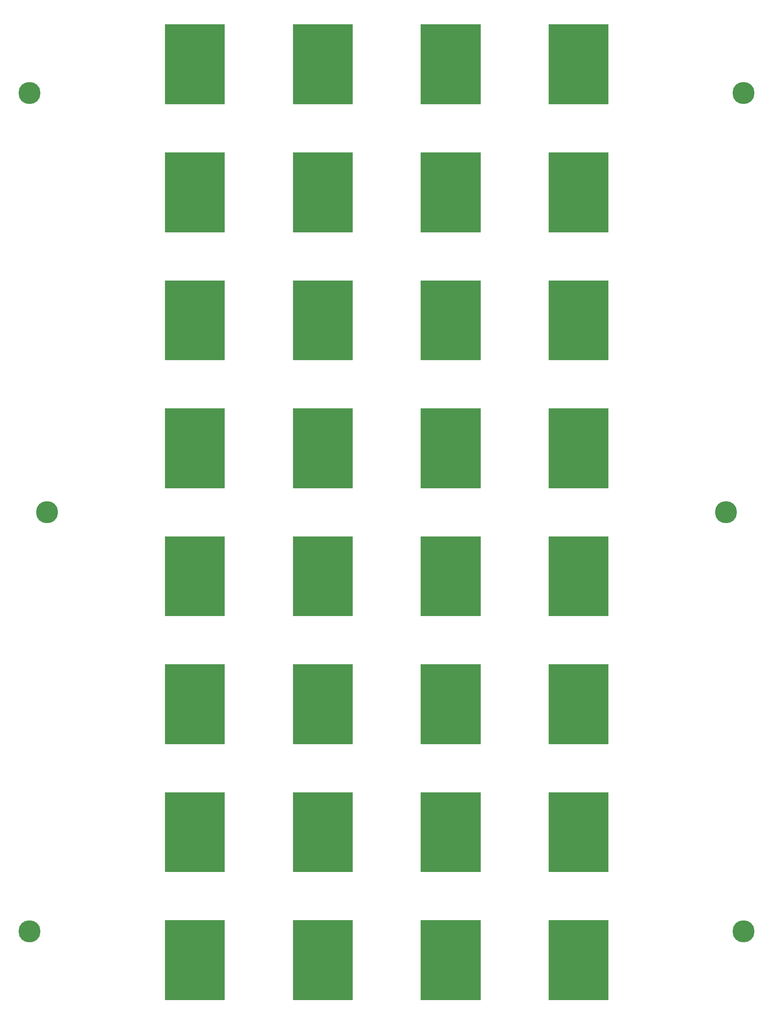
<source format=gbr>
%TF.GenerationSoftware,KiCad,Pcbnew,5.99.0-unknown-c07a38b91~106~ubuntu20.04.1*%
%TF.CreationDate,2020-11-24T10:55:56-06:00*%
%TF.ProjectId,FlatAntPanel4x4_Reflector,466c6174-416e-4745-9061-6e656c347834,rev?*%
%TF.SameCoordinates,Original*%
%TF.FileFunction,Copper,L1,Top*%
%TF.FilePolarity,Positive*%
%FSLAX46Y46*%
G04 Gerber Fmt 4.6, Leading zero omitted, Abs format (unit mm)*
G04 Created by KiCad (PCBNEW 5.99.0-unknown-c07a38b91~106~ubuntu20.04.1) date 2020-11-24 10:55:56*
%MOMM*%
%LPD*%
G01*
G04 APERTURE LIST*
%TA.AperFunction,NonConductor*%
%ADD10C,0.001000*%
%TD*%
%TA.AperFunction,ConnectorPad*%
%ADD11C,5.000000*%
%TD*%
%TA.AperFunction,ComponentPad*%
%ADD12C,2.900000*%
%TD*%
G04 APERTURE END LIST*
D10*
X85250000Y-194500000D02*
X71750000Y-194500000D01*
X71750000Y-194500000D02*
X71750000Y-176500000D01*
X71750000Y-176500000D02*
X85250000Y-176500000D01*
X85250000Y-176500000D02*
X85250000Y-194500000D01*
G36*
X85250000Y-194500000D02*
G01*
X71750000Y-194500000D01*
X71750000Y-176500000D01*
X85250000Y-176500000D01*
X85250000Y-194500000D01*
G37*
X85250000Y-194500000D02*
X71750000Y-194500000D01*
X71750000Y-176500000D01*
X85250000Y-176500000D01*
X85250000Y-194500000D01*
X114250000Y-107500000D02*
X100750000Y-107500000D01*
X100750000Y-107500000D02*
X100750000Y-89500000D01*
X100750000Y-89500000D02*
X114250000Y-89500000D01*
X114250000Y-89500000D02*
X114250000Y-107500000D01*
G36*
X114250000Y-107500000D02*
G01*
X100750000Y-107500000D01*
X100750000Y-89500000D01*
X114250000Y-89500000D01*
X114250000Y-107500000D01*
G37*
X114250000Y-107500000D02*
X100750000Y-107500000D01*
X100750000Y-89500000D01*
X114250000Y-89500000D01*
X114250000Y-107500000D01*
X56250000Y-49500000D02*
X42750000Y-49500000D01*
X42750000Y-49500000D02*
X42750000Y-31500000D01*
X42750000Y-31500000D02*
X56250000Y-31500000D01*
X56250000Y-31500000D02*
X56250000Y-49500000D01*
G36*
X56250000Y-49500000D02*
G01*
X42750000Y-49500000D01*
X42750000Y-31500000D01*
X56250000Y-31500000D01*
X56250000Y-49500000D01*
G37*
X56250000Y-49500000D02*
X42750000Y-49500000D01*
X42750000Y-31500000D01*
X56250000Y-31500000D01*
X56250000Y-49500000D01*
X143250000Y-223500000D02*
X129750000Y-223500000D01*
X129750000Y-223500000D02*
X129750000Y-205500000D01*
X129750000Y-205500000D02*
X143250000Y-205500000D01*
X143250000Y-205500000D02*
X143250000Y-223500000D01*
G36*
X143250000Y-223500000D02*
G01*
X129750000Y-223500000D01*
X129750000Y-205500000D01*
X143250000Y-205500000D01*
X143250000Y-223500000D01*
G37*
X143250000Y-223500000D02*
X129750000Y-223500000D01*
X129750000Y-205500000D01*
X143250000Y-205500000D01*
X143250000Y-223500000D01*
X114250000Y-49500000D02*
X100750000Y-49500000D01*
X100750000Y-49500000D02*
X100750000Y-31500000D01*
X100750000Y-31500000D02*
X114250000Y-31500000D01*
X114250000Y-31500000D02*
X114250000Y-49500000D01*
G36*
X114250000Y-49500000D02*
G01*
X100750000Y-49500000D01*
X100750000Y-31500000D01*
X114250000Y-31500000D01*
X114250000Y-49500000D01*
G37*
X114250000Y-49500000D02*
X100750000Y-49500000D01*
X100750000Y-31500000D01*
X114250000Y-31500000D01*
X114250000Y-49500000D01*
X85250000Y-107500000D02*
X71750000Y-107500000D01*
X71750000Y-107500000D02*
X71750000Y-89500000D01*
X71750000Y-89500000D02*
X85250000Y-89500000D01*
X85250000Y-89500000D02*
X85250000Y-107500000D01*
G36*
X85250000Y-107500000D02*
G01*
X71750000Y-107500000D01*
X71750000Y-89500000D01*
X85250000Y-89500000D01*
X85250000Y-107500000D01*
G37*
X85250000Y-107500000D02*
X71750000Y-107500000D01*
X71750000Y-89500000D01*
X85250000Y-89500000D01*
X85250000Y-107500000D01*
X56250000Y-78500000D02*
X42750000Y-78500000D01*
X42750000Y-78500000D02*
X42750000Y-60500000D01*
X42750000Y-60500000D02*
X56250000Y-60500000D01*
X56250000Y-60500000D02*
X56250000Y-78500000D01*
G36*
X56250000Y-78500000D02*
G01*
X42750000Y-78500000D01*
X42750000Y-60500000D01*
X56250000Y-60500000D01*
X56250000Y-78500000D01*
G37*
X56250000Y-78500000D02*
X42750000Y-78500000D01*
X42750000Y-60500000D01*
X56250000Y-60500000D01*
X56250000Y-78500000D01*
X85250000Y-136500000D02*
X71750000Y-136500000D01*
X71750000Y-136500000D02*
X71750000Y-118500000D01*
X71750000Y-118500000D02*
X85250000Y-118500000D01*
X85250000Y-118500000D02*
X85250000Y-136500000D01*
G36*
X85250000Y-136500000D02*
G01*
X71750000Y-136500000D01*
X71750000Y-118500000D01*
X85250000Y-118500000D01*
X85250000Y-136500000D01*
G37*
X85250000Y-136500000D02*
X71750000Y-136500000D01*
X71750000Y-118500000D01*
X85250000Y-118500000D01*
X85250000Y-136500000D01*
X85250000Y-49500000D02*
X71750000Y-49500000D01*
X71750000Y-49500000D02*
X71750000Y-31500000D01*
X71750000Y-31500000D02*
X85250000Y-31500000D01*
X85250000Y-31500000D02*
X85250000Y-49500000D01*
G36*
X85250000Y-49500000D02*
G01*
X71750000Y-49500000D01*
X71750000Y-31500000D01*
X85250000Y-31500000D01*
X85250000Y-49500000D01*
G37*
X85250000Y-49500000D02*
X71750000Y-49500000D01*
X71750000Y-31500000D01*
X85250000Y-31500000D01*
X85250000Y-49500000D01*
X56250000Y-194500000D02*
X42750000Y-194500000D01*
X42750000Y-194500000D02*
X42750000Y-176500000D01*
X42750000Y-176500000D02*
X56250000Y-176500000D01*
X56250000Y-176500000D02*
X56250000Y-194500000D01*
G36*
X56250000Y-194500000D02*
G01*
X42750000Y-194500000D01*
X42750000Y-176500000D01*
X56250000Y-176500000D01*
X56250000Y-194500000D01*
G37*
X56250000Y-194500000D02*
X42750000Y-194500000D01*
X42750000Y-176500000D01*
X56250000Y-176500000D01*
X56250000Y-194500000D01*
X114250000Y-194500000D02*
X100750000Y-194500000D01*
X100750000Y-194500000D02*
X100750000Y-176500000D01*
X100750000Y-176500000D02*
X114250000Y-176500000D01*
X114250000Y-176500000D02*
X114250000Y-194500000D01*
G36*
X114250000Y-194500000D02*
G01*
X100750000Y-194500000D01*
X100750000Y-176500000D01*
X114250000Y-176500000D01*
X114250000Y-194500000D01*
G37*
X114250000Y-194500000D02*
X100750000Y-194500000D01*
X100750000Y-176500000D01*
X114250000Y-176500000D01*
X114250000Y-194500000D01*
X85250000Y-223500000D02*
X71750000Y-223500000D01*
X71750000Y-223500000D02*
X71750000Y-205500000D01*
X71750000Y-205500000D02*
X85250000Y-205500000D01*
X85250000Y-205500000D02*
X85250000Y-223500000D01*
G36*
X85250000Y-223500000D02*
G01*
X71750000Y-223500000D01*
X71750000Y-205500000D01*
X85250000Y-205500000D01*
X85250000Y-223500000D01*
G37*
X85250000Y-223500000D02*
X71750000Y-223500000D01*
X71750000Y-205500000D01*
X85250000Y-205500000D01*
X85250000Y-223500000D01*
X56250000Y-20500000D02*
X42750000Y-20500000D01*
X42750000Y-20500000D02*
X42750000Y-2500000D01*
X42750000Y-2500000D02*
X56250000Y-2500000D01*
X56250000Y-2500000D02*
X56250000Y-20500000D01*
G36*
X56250000Y-20500000D02*
G01*
X42750000Y-20500000D01*
X42750000Y-2500000D01*
X56250000Y-2500000D01*
X56250000Y-20500000D01*
G37*
X56250000Y-20500000D02*
X42750000Y-20500000D01*
X42750000Y-2500000D01*
X56250000Y-2500000D01*
X56250000Y-20500000D01*
X56250000Y-136500000D02*
X42750000Y-136500000D01*
X42750000Y-136500000D02*
X42750000Y-118500000D01*
X42750000Y-118500000D02*
X56250000Y-118500000D01*
X56250000Y-118500000D02*
X56250000Y-136500000D01*
G36*
X56250000Y-136500000D02*
G01*
X42750000Y-136500000D01*
X42750000Y-118500000D01*
X56250000Y-118500000D01*
X56250000Y-136500000D01*
G37*
X56250000Y-136500000D02*
X42750000Y-136500000D01*
X42750000Y-118500000D01*
X56250000Y-118500000D01*
X56250000Y-136500000D01*
X114250000Y-78500000D02*
X100750000Y-78500000D01*
X100750000Y-78500000D02*
X100750000Y-60500000D01*
X100750000Y-60500000D02*
X114250000Y-60500000D01*
X114250000Y-60500000D02*
X114250000Y-78500000D01*
G36*
X114250000Y-78500000D02*
G01*
X100750000Y-78500000D01*
X100750000Y-60500000D01*
X114250000Y-60500000D01*
X114250000Y-78500000D01*
G37*
X114250000Y-78500000D02*
X100750000Y-78500000D01*
X100750000Y-60500000D01*
X114250000Y-60500000D01*
X114250000Y-78500000D01*
X143250000Y-136500000D02*
X129750000Y-136500000D01*
X129750000Y-136500000D02*
X129750000Y-118500000D01*
X129750000Y-118500000D02*
X143250000Y-118500000D01*
X143250000Y-118500000D02*
X143250000Y-136500000D01*
G36*
X143250000Y-136500000D02*
G01*
X129750000Y-136500000D01*
X129750000Y-118500000D01*
X143250000Y-118500000D01*
X143250000Y-136500000D01*
G37*
X143250000Y-136500000D02*
X129750000Y-136500000D01*
X129750000Y-118500000D01*
X143250000Y-118500000D01*
X143250000Y-136500000D01*
X85250000Y-20500000D02*
X71750000Y-20500000D01*
X71750000Y-20500000D02*
X71750000Y-2500000D01*
X71750000Y-2500000D02*
X85250000Y-2500000D01*
X85250000Y-2500000D02*
X85250000Y-20500000D01*
G36*
X85250000Y-20500000D02*
G01*
X71750000Y-20500000D01*
X71750000Y-2500000D01*
X85250000Y-2500000D01*
X85250000Y-20500000D01*
G37*
X85250000Y-20500000D02*
X71750000Y-20500000D01*
X71750000Y-2500000D01*
X85250000Y-2500000D01*
X85250000Y-20500000D01*
X56250000Y-107500000D02*
X42750000Y-107500000D01*
X42750000Y-107500000D02*
X42750000Y-89500000D01*
X42750000Y-89500000D02*
X56250000Y-89500000D01*
X56250000Y-89500000D02*
X56250000Y-107500000D01*
G36*
X56250000Y-107500000D02*
G01*
X42750000Y-107500000D01*
X42750000Y-89500000D01*
X56250000Y-89500000D01*
X56250000Y-107500000D01*
G37*
X56250000Y-107500000D02*
X42750000Y-107500000D01*
X42750000Y-89500000D01*
X56250000Y-89500000D01*
X56250000Y-107500000D01*
X114250000Y-165500000D02*
X100750000Y-165500000D01*
X100750000Y-165500000D02*
X100750000Y-147500000D01*
X100750000Y-147500000D02*
X114250000Y-147500000D01*
X114250000Y-147500000D02*
X114250000Y-165500000D01*
G36*
X114250000Y-165500000D02*
G01*
X100750000Y-165500000D01*
X100750000Y-147500000D01*
X114250000Y-147500000D01*
X114250000Y-165500000D01*
G37*
X114250000Y-165500000D02*
X100750000Y-165500000D01*
X100750000Y-147500000D01*
X114250000Y-147500000D01*
X114250000Y-165500000D01*
X143250000Y-165500000D02*
X129750000Y-165500000D01*
X129750000Y-165500000D02*
X129750000Y-147500000D01*
X129750000Y-147500000D02*
X143250000Y-147500000D01*
X143250000Y-147500000D02*
X143250000Y-165500000D01*
G36*
X143250000Y-165500000D02*
G01*
X129750000Y-165500000D01*
X129750000Y-147500000D01*
X143250000Y-147500000D01*
X143250000Y-165500000D01*
G37*
X143250000Y-165500000D02*
X129750000Y-165500000D01*
X129750000Y-147500000D01*
X143250000Y-147500000D01*
X143250000Y-165500000D01*
X114250000Y-136500000D02*
X100750000Y-136500000D01*
X100750000Y-136500000D02*
X100750000Y-118500000D01*
X100750000Y-118500000D02*
X114250000Y-118500000D01*
X114250000Y-118500000D02*
X114250000Y-136500000D01*
G36*
X114250000Y-136500000D02*
G01*
X100750000Y-136500000D01*
X100750000Y-118500000D01*
X114250000Y-118500000D01*
X114250000Y-136500000D01*
G37*
X114250000Y-136500000D02*
X100750000Y-136500000D01*
X100750000Y-118500000D01*
X114250000Y-118500000D01*
X114250000Y-136500000D01*
X56250000Y-165500000D02*
X42750000Y-165500000D01*
X42750000Y-165500000D02*
X42750000Y-147500000D01*
X42750000Y-147500000D02*
X56250000Y-147500000D01*
X56250000Y-147500000D02*
X56250000Y-165500000D01*
G36*
X56250000Y-165500000D02*
G01*
X42750000Y-165500000D01*
X42750000Y-147500000D01*
X56250000Y-147500000D01*
X56250000Y-165500000D01*
G37*
X56250000Y-165500000D02*
X42750000Y-165500000D01*
X42750000Y-147500000D01*
X56250000Y-147500000D01*
X56250000Y-165500000D01*
X114250000Y-223500000D02*
X100750000Y-223500000D01*
X100750000Y-223500000D02*
X100750000Y-205500000D01*
X100750000Y-205500000D02*
X114250000Y-205500000D01*
X114250000Y-205500000D02*
X114250000Y-223500000D01*
G36*
X114250000Y-223500000D02*
G01*
X100750000Y-223500000D01*
X100750000Y-205500000D01*
X114250000Y-205500000D01*
X114250000Y-223500000D01*
G37*
X114250000Y-223500000D02*
X100750000Y-223500000D01*
X100750000Y-205500000D01*
X114250000Y-205500000D01*
X114250000Y-223500000D01*
X85250000Y-165500000D02*
X71750000Y-165500000D01*
X71750000Y-165500000D02*
X71750000Y-147500000D01*
X71750000Y-147500000D02*
X85250000Y-147500000D01*
X85250000Y-147500000D02*
X85250000Y-165500000D01*
G36*
X85250000Y-165500000D02*
G01*
X71750000Y-165500000D01*
X71750000Y-147500000D01*
X85250000Y-147500000D01*
X85250000Y-165500000D01*
G37*
X85250000Y-165500000D02*
X71750000Y-165500000D01*
X71750000Y-147500000D01*
X85250000Y-147500000D01*
X85250000Y-165500000D01*
X143250000Y-194500000D02*
X129750000Y-194500000D01*
X129750000Y-194500000D02*
X129750000Y-176500000D01*
X129750000Y-176500000D02*
X143250000Y-176500000D01*
X143250000Y-176500000D02*
X143250000Y-194500000D01*
G36*
X143250000Y-194500000D02*
G01*
X129750000Y-194500000D01*
X129750000Y-176500000D01*
X143250000Y-176500000D01*
X143250000Y-194500000D01*
G37*
X143250000Y-194500000D02*
X129750000Y-194500000D01*
X129750000Y-176500000D01*
X143250000Y-176500000D01*
X143250000Y-194500000D01*
X143250000Y-20500000D02*
X129750000Y-20500000D01*
X129750000Y-20500000D02*
X129750000Y-2500000D01*
X129750000Y-2500000D02*
X143250000Y-2500000D01*
X143250000Y-2500000D02*
X143250000Y-20500000D01*
G36*
X143250000Y-20500000D02*
G01*
X129750000Y-20500000D01*
X129750000Y-2500000D01*
X143250000Y-2500000D01*
X143250000Y-20500000D01*
G37*
X143250000Y-20500000D02*
X129750000Y-20500000D01*
X129750000Y-2500000D01*
X143250000Y-2500000D01*
X143250000Y-20500000D01*
X114250000Y-20500000D02*
X100750000Y-20500000D01*
X100750000Y-20500000D02*
X100750000Y-2500000D01*
X100750000Y-2500000D02*
X114250000Y-2500000D01*
X114250000Y-2500000D02*
X114250000Y-20500000D01*
G36*
X114250000Y-20500000D02*
G01*
X100750000Y-20500000D01*
X100750000Y-2500000D01*
X114250000Y-2500000D01*
X114250000Y-20500000D01*
G37*
X114250000Y-20500000D02*
X100750000Y-20500000D01*
X100750000Y-2500000D01*
X114250000Y-2500000D01*
X114250000Y-20500000D01*
X143250000Y-78500000D02*
X129750000Y-78500000D01*
X129750000Y-78500000D02*
X129750000Y-60500000D01*
X129750000Y-60500000D02*
X143250000Y-60500000D01*
X143250000Y-60500000D02*
X143250000Y-78500000D01*
G36*
X143250000Y-78500000D02*
G01*
X129750000Y-78500000D01*
X129750000Y-60500000D01*
X143250000Y-60500000D01*
X143250000Y-78500000D01*
G37*
X143250000Y-78500000D02*
X129750000Y-78500000D01*
X129750000Y-60500000D01*
X143250000Y-60500000D01*
X143250000Y-78500000D01*
X143250000Y-49500000D02*
X129750000Y-49500000D01*
X129750000Y-49500000D02*
X129750000Y-31500000D01*
X129750000Y-31500000D02*
X143250000Y-31500000D01*
X143250000Y-31500000D02*
X143250000Y-49500000D01*
G36*
X143250000Y-49500000D02*
G01*
X129750000Y-49500000D01*
X129750000Y-31500000D01*
X143250000Y-31500000D01*
X143250000Y-49500000D01*
G37*
X143250000Y-49500000D02*
X129750000Y-49500000D01*
X129750000Y-31500000D01*
X143250000Y-31500000D01*
X143250000Y-49500000D01*
X143250000Y-107500000D02*
X129750000Y-107500000D01*
X129750000Y-107500000D02*
X129750000Y-89500000D01*
X129750000Y-89500000D02*
X143250000Y-89500000D01*
X143250000Y-89500000D02*
X143250000Y-107500000D01*
G36*
X143250000Y-107500000D02*
G01*
X129750000Y-107500000D01*
X129750000Y-89500000D01*
X143250000Y-89500000D01*
X143250000Y-107500000D01*
G37*
X143250000Y-107500000D02*
X129750000Y-107500000D01*
X129750000Y-89500000D01*
X143250000Y-89500000D01*
X143250000Y-107500000D01*
X85250000Y-78500000D02*
X71750000Y-78500000D01*
X71750000Y-78500000D02*
X71750000Y-60500000D01*
X71750000Y-60500000D02*
X85250000Y-60500000D01*
X85250000Y-60500000D02*
X85250000Y-78500000D01*
G36*
X85250000Y-78500000D02*
G01*
X71750000Y-78500000D01*
X71750000Y-60500000D01*
X85250000Y-60500000D01*
X85250000Y-78500000D01*
G37*
X85250000Y-78500000D02*
X71750000Y-78500000D01*
X71750000Y-60500000D01*
X85250000Y-60500000D01*
X85250000Y-78500000D01*
X56250000Y-223500000D02*
X42750000Y-223500000D01*
X42750000Y-223500000D02*
X42750000Y-205500000D01*
X42750000Y-205500000D02*
X56250000Y-205500000D01*
X56250000Y-205500000D02*
X56250000Y-223500000D01*
G36*
X56250000Y-223500000D02*
G01*
X42750000Y-223500000D01*
X42750000Y-205500000D01*
X56250000Y-205500000D01*
X56250000Y-223500000D01*
G37*
X56250000Y-223500000D02*
X42750000Y-223500000D01*
X42750000Y-205500000D01*
X56250000Y-205500000D01*
X56250000Y-223500000D01*
D11*
%TO.P,H2,1,1*%
%TO.N,N/C*%
X174000000Y-18000000D03*
D12*
X174000000Y-18000000D03*
%TD*%
%TO.P,H11,1,1*%
%TO.N,N/C*%
X16000000Y-113000000D03*
D11*
X16000000Y-113000000D03*
%TD*%
D12*
%TO.P,H4,1,1*%
%TO.N,N/C*%
X174000000Y-208000000D03*
D11*
X174000000Y-208000000D03*
%TD*%
%TO.P,H3,1,1*%
%TO.N,N/C*%
X12000000Y-208000000D03*
D12*
X12000000Y-208000000D03*
%TD*%
D11*
%TO.P,H12,1,1*%
%TO.N,N/C*%
X170000000Y-113000000D03*
D12*
X170000000Y-113000000D03*
%TD*%
D11*
%TO.P,H1,1,1*%
%TO.N,N/C*%
X12000000Y-18000000D03*
D12*
X12000000Y-18000000D03*
%TD*%
M02*

</source>
